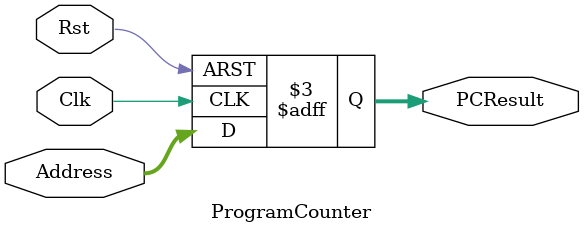
<source format=v>
`timescale 1ns / 1ps


module ProgramCounter(Address, PCResult, Rst, Clk);

	input [31:0] Address;
	input Rst, Clk;

	output reg [31:0] PCResult;
	
	initial begin
	   PCResult <= 32'h00000000;
	end

    /* Please fill in the implementation here... */
	always @(posedge Clk or posedge Rst) begin
        if (Rst) begin
            PCResult <= 32'b0; // Reset the PC to 0
        end else begin
            PCResult <= Address; // Update PC with the Address
        end
    end

endmodule


</source>
